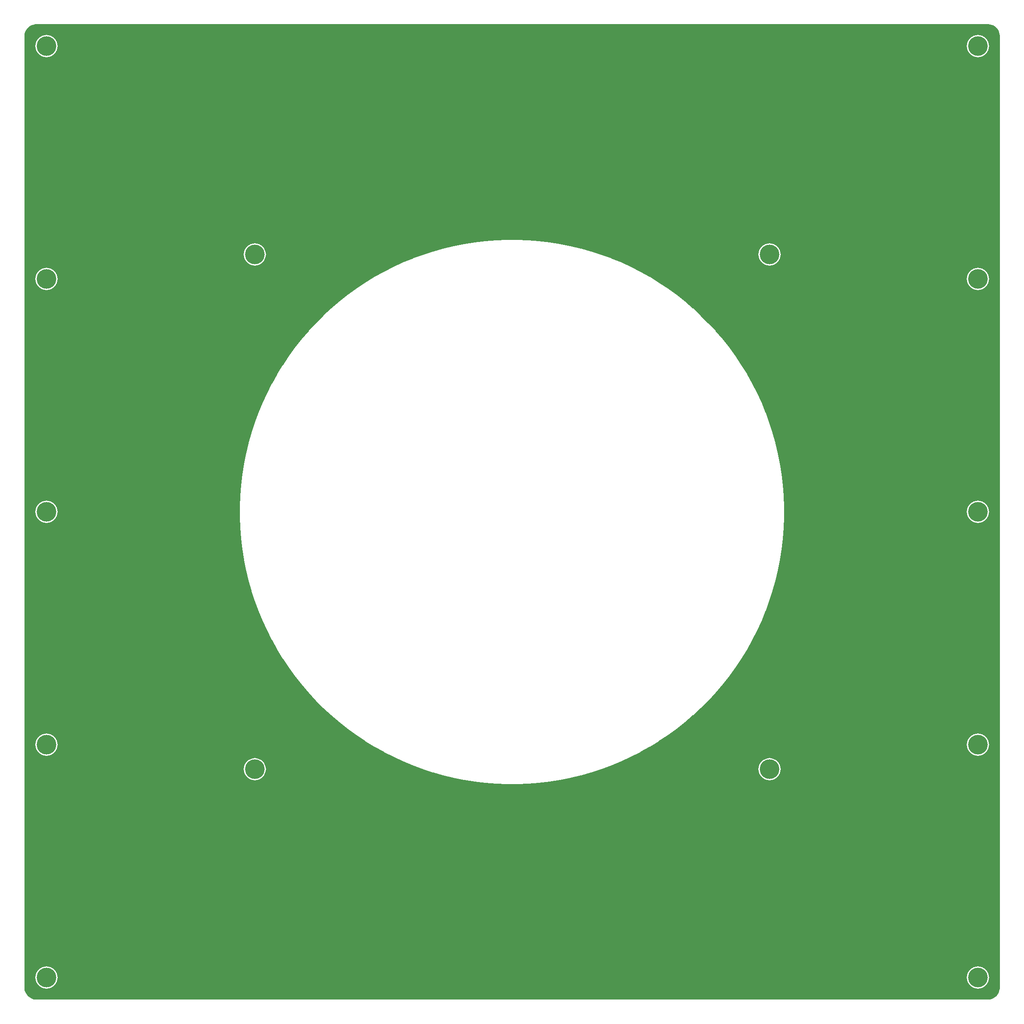
<source format=gtl>
G04*
G04 #@! TF.GenerationSoftware,Altium Limited,Altium Designer,25.7.1 (20)*
G04*
G04 Layer_Physical_Order=1*
G04 Layer_Color=255*
%FSLAX44Y44*%
%MOMM*%
G71*
G04*
G04 #@! TF.SameCoordinates,5F069EC2-A6BB-4327-AE1D-0693668E6534*
G04*
G04*
G04 #@! TF.FilePolarity,Positive*
G04*
G01*
G75*
%ADD11C,4.0000*%
G36*
X970000Y994902D02*
X971632D01*
X974869Y994476D01*
X978022Y993631D01*
X981038Y992382D01*
X983865Y990750D01*
X986454Y988762D01*
X988763Y986454D01*
X990750Y983865D01*
X992382Y981037D01*
X993631Y978022D01*
X994476Y974869D01*
X994902Y971632D01*
X994902Y970000D01*
X994902Y-970000D01*
Y-971632D01*
X994476Y-974869D01*
X993631Y-978022D01*
X992382Y-981038D01*
X990750Y-983865D01*
X988763Y-986454D01*
X986454Y-988763D01*
X983865Y-990750D01*
X981038Y-992382D01*
X978022Y-993631D01*
X974868Y-994476D01*
X971632Y-994902D01*
X970000Y-994902D01*
X-970000Y-994902D01*
X-971632D01*
X-974869Y-994476D01*
X-978022Y-993631D01*
X-981038Y-992382D01*
X-983865Y-990750D01*
X-986454Y-988763D01*
X-988763Y-986454D01*
X-990750Y-983865D01*
X-992382Y-981038D01*
X-993631Y-978022D01*
X-994476Y-974868D01*
X-994902Y-971632D01*
X-994902Y-970000D01*
D01*
X-994902Y970000D01*
Y971632D01*
X-994476Y974869D01*
X-993631Y978022D01*
X-992382Y981038D01*
X-990750Y983865D01*
X-988763Y986454D01*
X-986454Y988763D01*
X-983865Y990750D01*
X-981038Y992382D01*
X-978022Y993631D01*
X-974869Y994476D01*
X-971632Y994902D01*
X-970000Y994902D01*
X970000Y994902D01*
D02*
G37*
%LPC*%
G36*
X950000Y972649D02*
X945581Y972214D01*
X941333Y970925D01*
X937417Y968832D01*
X933985Y966015D01*
X931168Y962583D01*
X929075Y958667D01*
X927786Y954419D01*
X927351Y950000D01*
X927786Y945581D01*
X929075Y941333D01*
X931168Y937417D01*
X933985Y933985D01*
X937417Y931168D01*
X941333Y929075D01*
X945581Y927786D01*
X950000Y927351D01*
X954419Y927786D01*
X958667Y929075D01*
X962583Y931168D01*
X966015Y933985D01*
X968832Y937417D01*
X970925Y941333D01*
X972214Y945581D01*
X972649Y950000D01*
X972214Y954419D01*
X970925Y958667D01*
X968832Y962583D01*
X966015Y966015D01*
X962583Y968832D01*
X958667Y970925D01*
X954419Y972214D01*
X950000Y972649D01*
D02*
G37*
G36*
X-950000D02*
X-954419Y972214D01*
X-958667Y970925D01*
X-962583Y968832D01*
X-966015Y966015D01*
X-968832Y962583D01*
X-970925Y958667D01*
X-972214Y954419D01*
X-972649Y950000D01*
X-972214Y945581D01*
X-970925Y941333D01*
X-968832Y937417D01*
X-966015Y933985D01*
X-962583Y931168D01*
X-958667Y929075D01*
X-954419Y927786D01*
X-950000Y927351D01*
X-945581Y927786D01*
X-941333Y929075D01*
X-937417Y931168D01*
X-933985Y933985D01*
X-931168Y937417D01*
X-929075Y941333D01*
X-927786Y945581D01*
X-927351Y950000D01*
X-927786Y954419D01*
X-929075Y958667D01*
X-931168Y962583D01*
X-933985Y966015D01*
X-937417Y968832D01*
X-941333Y970925D01*
X-945581Y972214D01*
X-950000Y972649D01*
D02*
G37*
G36*
X10801Y555098D02*
X-10801D01*
X-10900Y555078D01*
X-11001Y555094D01*
X-32585Y554246D01*
X-32684Y554222D01*
X-32785Y554234D01*
X-54320Y552539D01*
X-54418Y552512D01*
X-54519Y552520D01*
X-75971Y549981D01*
X-76067Y549949D01*
X-76169Y549953D01*
X-97504Y546574D01*
X-97600Y546539D01*
X-97701D01*
X-118887Y542325D01*
X-118981Y542286D01*
X-119083Y542282D01*
X-140087Y537239D01*
X-140180Y537197D01*
X-140281Y537189D01*
X-161071Y531325D01*
X-161162Y531279D01*
X-161263Y531267D01*
X-181807Y524592D01*
X-181896Y524542D01*
X-181996Y524526D01*
X-202262Y517050D01*
X-202349Y516997D01*
X-202448Y516977D01*
X-222405Y508710D01*
X-222490Y508654D01*
X-222589Y508630D01*
X-242206Y499587D01*
X-242288Y499527D01*
X-242386Y499499D01*
X-261633Y489692D01*
X-261712Y489630D01*
X-261809Y489598D01*
X-280656Y479043D01*
X-280734Y478977D01*
X-280829Y478942D01*
X-299247Y467655D01*
X-299322Y467587D01*
X-299415Y467548D01*
X-317376Y455547D01*
X-317448Y455475D01*
X-317540Y455432D01*
X-335016Y442735D01*
X-335085Y442660D01*
X-335176Y442614D01*
X-352140Y429241D01*
X-352206Y429164D01*
X-352294Y429114D01*
X-368720Y415085D01*
X-368783Y415005D01*
X-368870Y414952D01*
X-384732Y400289D01*
X-384792Y400207D01*
X-384876Y400151D01*
X-400151Y384876D01*
X-400207Y384792D01*
X-400289Y384732D01*
X-414952Y368870D01*
X-415005Y368783D01*
X-415085Y368720D01*
X-429114Y352294D01*
X-429164Y352206D01*
X-429241Y352140D01*
X-442614Y335176D01*
X-442661Y335085D01*
X-442735Y335016D01*
X-455432Y317540D01*
X-455475Y317448D01*
X-455547Y317376D01*
X-467548Y299415D01*
X-467587Y299322D01*
X-467655Y299247D01*
X-478942Y280829D01*
X-478977Y280733D01*
X-479043Y280656D01*
X-489598Y261809D01*
X-489630Y261712D01*
X-489692Y261633D01*
X-499499Y242386D01*
X-499527Y242288D01*
X-499587Y242206D01*
X-508630Y222589D01*
X-508654Y222490D01*
X-508710Y222405D01*
X-516977Y202448D01*
X-516997Y202349D01*
X-517050Y202262D01*
X-524526Y181996D01*
X-524542Y181895D01*
X-524592Y181807D01*
X-531267Y161263D01*
X-531279Y161162D01*
X-531325Y161071D01*
X-537189Y140281D01*
X-537197Y140180D01*
X-537239Y140087D01*
X-542282Y119083D01*
X-542286Y118981D01*
X-542325Y118887D01*
X-546539Y97701D01*
Y97599D01*
X-546574Y97504D01*
X-549953Y76169D01*
X-549949Y76067D01*
X-549981Y75971D01*
X-552520Y54519D01*
X-552512Y54418D01*
X-552539Y54320D01*
X-554234Y32785D01*
X-554222Y32684D01*
X-554246Y32585D01*
X-555094Y11001D01*
X-555078Y10900D01*
X-555098Y10801D01*
Y0D01*
X-555098Y-10801D01*
X-555078Y-10900D01*
X-555094Y-11001D01*
X-554246Y-32585D01*
X-554222Y-32684D01*
X-554234Y-32785D01*
X-552539Y-54320D01*
X-552512Y-54418D01*
X-552520Y-54519D01*
X-549981Y-75971D01*
X-549949Y-76067D01*
X-549953Y-76169D01*
X-546574Y-97504D01*
X-546539Y-97600D01*
Y-97701D01*
X-542325Y-118887D01*
X-542286Y-118981D01*
X-542282Y-119083D01*
X-537239Y-140087D01*
X-537197Y-140180D01*
X-537189Y-140281D01*
X-531325Y-161071D01*
X-531279Y-161162D01*
X-531267Y-161263D01*
X-524592Y-181807D01*
X-524542Y-181896D01*
X-524526Y-181996D01*
X-517050Y-202262D01*
X-516997Y-202349D01*
X-516977Y-202448D01*
X-508710Y-222405D01*
X-508654Y-222490D01*
X-508630Y-222589D01*
X-499587Y-242206D01*
X-499527Y-242288D01*
X-499499Y-242386D01*
X-489692Y-261633D01*
X-489630Y-261712D01*
X-489598Y-261809D01*
X-479043Y-280656D01*
X-478977Y-280734D01*
X-478942Y-280829D01*
X-467655Y-299247D01*
X-467587Y-299322D01*
X-467548Y-299415D01*
X-455547Y-317376D01*
X-455475Y-317448D01*
X-455432Y-317540D01*
X-442735Y-335016D01*
X-442661Y-335085D01*
X-442614Y-335176D01*
X-429241Y-352140D01*
X-429164Y-352206D01*
X-429114Y-352294D01*
X-415085Y-368720D01*
X-415005Y-368783D01*
X-414952Y-368870D01*
X-400289Y-384732D01*
X-400207Y-384792D01*
X-400151Y-384876D01*
X-384876Y-400151D01*
X-384792Y-400207D01*
X-384732Y-400289D01*
X-368870Y-414952D01*
X-368783Y-415005D01*
X-368720Y-415085D01*
X-352294Y-429114D01*
X-352206Y-429164D01*
X-352140Y-429241D01*
X-335176Y-442614D01*
X-335085Y-442661D01*
X-335016Y-442735D01*
X-317540Y-455432D01*
X-317448Y-455475D01*
X-317376Y-455547D01*
X-299415Y-467548D01*
X-299322Y-467587D01*
X-299247Y-467655D01*
X-280829Y-478942D01*
X-280734Y-478977D01*
X-280656Y-479043D01*
X-261809Y-489598D01*
X-261712Y-489630D01*
X-261633Y-489692D01*
X-242386Y-499499D01*
X-242288Y-499527D01*
X-242206Y-499587D01*
X-222589Y-508630D01*
X-222490Y-508654D01*
X-222405Y-508710D01*
X-202448Y-516977D01*
X-202349Y-516997D01*
X-202262Y-517050D01*
X-181996Y-524526D01*
X-181895Y-524542D01*
X-181807Y-524592D01*
X-161263Y-531267D01*
X-161162Y-531279D01*
X-161071Y-531325D01*
X-140281Y-537189D01*
X-140180Y-537197D01*
X-140087Y-537239D01*
X-119083Y-542282D01*
X-118981Y-542286D01*
X-118887Y-542325D01*
X-97701Y-546539D01*
X-97599D01*
X-97504Y-546574D01*
X-76169Y-549953D01*
X-76067Y-549949D01*
X-75971Y-549981D01*
X-54519Y-552520D01*
X-54418Y-552512D01*
X-54320Y-552539D01*
X-32785Y-554234D01*
X-32684Y-554222D01*
X-32585Y-554246D01*
X-11001Y-555094D01*
X-10900Y-555078D01*
X-10801Y-555098D01*
X10801D01*
X10900Y-555078D01*
X11001Y-555094D01*
X32585Y-554246D01*
X32684Y-554222D01*
X32785Y-554234D01*
X54320Y-552539D01*
X54418Y-552512D01*
X54519Y-552520D01*
X75971Y-549981D01*
X76067Y-549949D01*
X76169Y-549953D01*
X97504Y-546574D01*
X97599Y-546539D01*
X97701D01*
X118887Y-542325D01*
X118981Y-542286D01*
X119083Y-542282D01*
X140087Y-537239D01*
X140180Y-537197D01*
X140281Y-537189D01*
X161071Y-531325D01*
X161162Y-531279D01*
X161263Y-531267D01*
X181807Y-524592D01*
X181895Y-524542D01*
X181996Y-524526D01*
X202262Y-517050D01*
X202349Y-516997D01*
X202448Y-516977D01*
X222405Y-508710D01*
X222490Y-508654D01*
X222589Y-508630D01*
X242206Y-499587D01*
X242288Y-499527D01*
X242386Y-499499D01*
X261633Y-489692D01*
X261712Y-489630D01*
X261809Y-489598D01*
X280656Y-479043D01*
X280733Y-478977D01*
X280829Y-478942D01*
X299247Y-467655D01*
X299322Y-467587D01*
X299415Y-467548D01*
X317376Y-455547D01*
X317448Y-455475D01*
X317540Y-455432D01*
X335016Y-442735D01*
X335085Y-442661D01*
X335176Y-442614D01*
X352140Y-429241D01*
X352206Y-429164D01*
X352294Y-429114D01*
X368720Y-415085D01*
X368783Y-415005D01*
X368870Y-414952D01*
X384732Y-400289D01*
X384792Y-400207D01*
X384876Y-400151D01*
X400151Y-384876D01*
X400207Y-384792D01*
X400289Y-384732D01*
X414952Y-368870D01*
X415005Y-368783D01*
X415085Y-368720D01*
X429114Y-352294D01*
X429164Y-352206D01*
X429241Y-352140D01*
X442614Y-335176D01*
X442661Y-335085D01*
X442735Y-335016D01*
X455432Y-317540D01*
X455475Y-317448D01*
X455547Y-317376D01*
X467548Y-299415D01*
X467587Y-299322D01*
X467655Y-299247D01*
X478942Y-280829D01*
X478977Y-280734D01*
X479043Y-280656D01*
X489598Y-261809D01*
X489630Y-261712D01*
X489692Y-261633D01*
X499499Y-242386D01*
X499527Y-242288D01*
X499587Y-242206D01*
X508630Y-222589D01*
X508654Y-222490D01*
X508710Y-222405D01*
X516977Y-202448D01*
X516997Y-202349D01*
X517050Y-202262D01*
X524526Y-181996D01*
X524542Y-181895D01*
X524592Y-181807D01*
X531267Y-161263D01*
X531279Y-161162D01*
X531325Y-161071D01*
X537189Y-140281D01*
X537197Y-140180D01*
X537239Y-140087D01*
X542282Y-119083D01*
X542286Y-118981D01*
X542325Y-118887D01*
X546539Y-97701D01*
Y-97599D01*
X546574Y-97504D01*
X549953Y-76169D01*
X549949Y-76067D01*
X549981Y-75971D01*
X552520Y-54519D01*
X552512Y-54418D01*
X552539Y-54320D01*
X554234Y-32785D01*
X554222Y-32684D01*
X554246Y-32585D01*
X555094Y-11001D01*
X555078Y-10900D01*
X555098Y-10801D01*
Y0D01*
Y10801D01*
X555078Y10900D01*
X555094Y11001D01*
X554246Y32585D01*
X554222Y32684D01*
X554234Y32785D01*
X552539Y54320D01*
X552512Y54418D01*
X552520Y54519D01*
X549981Y75971D01*
X549949Y76067D01*
X549953Y76169D01*
X546574Y97504D01*
X546539Y97599D01*
Y97701D01*
X542325Y118887D01*
X542286Y118981D01*
X542282Y119083D01*
X537239Y140087D01*
X537197Y140180D01*
X537189Y140281D01*
X531325Y161071D01*
X531279Y161162D01*
X531267Y161263D01*
X524592Y181807D01*
X524542Y181895D01*
X524526Y181996D01*
X517050Y202262D01*
X516997Y202349D01*
X516977Y202448D01*
X508710Y222405D01*
X508654Y222490D01*
X508630Y222589D01*
X499587Y242206D01*
X499527Y242288D01*
X499499Y242386D01*
X489692Y261633D01*
X489630Y261712D01*
X489598Y261809D01*
X479043Y280656D01*
X478977Y280733D01*
X478942Y280829D01*
X467655Y299247D01*
X467587Y299322D01*
X467548Y299415D01*
X455547Y317376D01*
X455475Y317448D01*
X455432Y317540D01*
X442735Y335016D01*
X442660Y335085D01*
X442614Y335176D01*
X429241Y352140D01*
X429164Y352206D01*
X429114Y352294D01*
X415085Y368720D01*
X415005Y368783D01*
X414952Y368870D01*
X400289Y384732D01*
X400207Y384792D01*
X400151Y384876D01*
X384876Y400151D01*
X384792Y400207D01*
X384732Y400289D01*
X368870Y414952D01*
X368783Y415005D01*
X368720Y415085D01*
X352294Y429114D01*
X352206Y429164D01*
X352140Y429241D01*
X335176Y442614D01*
X335085Y442661D01*
X335016Y442735D01*
X317540Y455432D01*
X317448Y455475D01*
X317376Y455547D01*
X299415Y467548D01*
X299322Y467587D01*
X299247Y467655D01*
X280829Y478942D01*
X280733Y478977D01*
X280656Y479043D01*
X261809Y489598D01*
X261712Y489630D01*
X261633Y489692D01*
X242386Y499499D01*
X242288Y499527D01*
X242206Y499587D01*
X222589Y508630D01*
X222490Y508654D01*
X222405Y508710D01*
X202448Y516977D01*
X202349Y516997D01*
X202262Y517050D01*
X181996Y524526D01*
X181895Y524542D01*
X181807Y524592D01*
X161263Y531267D01*
X161162Y531279D01*
X161071Y531325D01*
X140281Y537189D01*
X140180Y537197D01*
X140087Y537239D01*
X119083Y542282D01*
X118981Y542286D01*
X118887Y542325D01*
X97701Y546539D01*
X97599D01*
X97504Y546574D01*
X76169Y549953D01*
X76067Y549949D01*
X75971Y549981D01*
X54519Y552520D01*
X54418Y552512D01*
X54320Y552539D01*
X32785Y554234D01*
X32684Y554222D01*
X32585Y554246D01*
X11001Y555094D01*
X10900Y555078D01*
X10801Y555098D01*
D02*
G37*
G36*
X525000Y547649D02*
X520581Y547214D01*
X516333Y545925D01*
X512417Y543832D01*
X508985Y541015D01*
X506168Y537583D01*
X504075Y533667D01*
X502786Y529419D01*
X502351Y525000D01*
X502786Y520581D01*
X504075Y516333D01*
X506168Y512417D01*
X508985Y508985D01*
X512417Y506168D01*
X516333Y504075D01*
X520581Y502786D01*
X525000Y502351D01*
X529419Y502786D01*
X533667Y504075D01*
X537583Y506168D01*
X541015Y508985D01*
X543832Y512417D01*
X545925Y516333D01*
X547214Y520581D01*
X547649Y525000D01*
X547214Y529419D01*
X545925Y533667D01*
X543832Y537583D01*
X541015Y541015D01*
X537583Y543832D01*
X533667Y545925D01*
X529419Y547214D01*
X525000Y547649D01*
D02*
G37*
G36*
X-525000D02*
X-529419Y547214D01*
X-533667Y545925D01*
X-537583Y543832D01*
X-541015Y541015D01*
X-543832Y537583D01*
X-545925Y533667D01*
X-547214Y529419D01*
X-547649Y525000D01*
X-547214Y520581D01*
X-545925Y516333D01*
X-543832Y512417D01*
X-541015Y508985D01*
X-537583Y506168D01*
X-533667Y504075D01*
X-529419Y502786D01*
X-525000Y502351D01*
X-520581Y502786D01*
X-516333Y504075D01*
X-512417Y506168D01*
X-508985Y508985D01*
X-506168Y512417D01*
X-504075Y516333D01*
X-502786Y520581D01*
X-502351Y525000D01*
X-502786Y529419D01*
X-504075Y533667D01*
X-506168Y537583D01*
X-508985Y541015D01*
X-512417Y543832D01*
X-516333Y545925D01*
X-520581Y547214D01*
X-525000Y547649D01*
D02*
G37*
G36*
X950000Y497649D02*
X945581Y497214D01*
X941333Y495925D01*
X937417Y493832D01*
X933985Y491015D01*
X931168Y487583D01*
X929075Y483667D01*
X927786Y479419D01*
X927351Y475000D01*
X927786Y470581D01*
X929075Y466333D01*
X931168Y462417D01*
X933985Y458985D01*
X937417Y456168D01*
X941333Y454075D01*
X945581Y452786D01*
X950000Y452351D01*
X954419Y452786D01*
X958667Y454075D01*
X962583Y456168D01*
X966015Y458985D01*
X968832Y462417D01*
X970925Y466333D01*
X972214Y470581D01*
X972649Y475000D01*
X972214Y479419D01*
X970925Y483667D01*
X968832Y487583D01*
X966015Y491015D01*
X962583Y493832D01*
X958667Y495925D01*
X954419Y497214D01*
X950000Y497649D01*
D02*
G37*
G36*
X-950000D02*
X-954419Y497214D01*
X-958667Y495925D01*
X-962583Y493832D01*
X-966015Y491015D01*
X-968832Y487583D01*
X-970925Y483667D01*
X-972214Y479419D01*
X-972649Y475000D01*
X-972214Y470581D01*
X-970925Y466333D01*
X-968832Y462417D01*
X-966015Y458985D01*
X-962583Y456168D01*
X-958667Y454075D01*
X-954419Y452786D01*
X-950000Y452351D01*
X-945581Y452786D01*
X-941333Y454075D01*
X-937417Y456168D01*
X-933985Y458985D01*
X-931168Y462417D01*
X-929075Y466333D01*
X-927786Y470581D01*
X-927351Y475000D01*
X-927786Y479419D01*
X-929075Y483667D01*
X-931168Y487583D01*
X-933985Y491015D01*
X-937417Y493832D01*
X-941333Y495925D01*
X-945581Y497214D01*
X-950000Y497649D01*
D02*
G37*
G36*
X950000Y22649D02*
X945581Y22214D01*
X941333Y20925D01*
X937417Y18832D01*
X933985Y16015D01*
X931168Y12583D01*
X929075Y8667D01*
X927786Y4419D01*
X927351Y0D01*
X927786Y-4419D01*
X929075Y-8667D01*
X931168Y-12583D01*
X933985Y-16015D01*
X937417Y-18832D01*
X941333Y-20925D01*
X945581Y-22214D01*
X950000Y-22649D01*
X954419Y-22214D01*
X958667Y-20925D01*
X962583Y-18832D01*
X966015Y-16015D01*
X968832Y-12583D01*
X970925Y-8667D01*
X972214Y-4419D01*
X972649Y0D01*
X972214Y4419D01*
X970925Y8667D01*
X968832Y12583D01*
X966015Y16015D01*
X962583Y18832D01*
X958667Y20925D01*
X954419Y22214D01*
X950000Y22649D01*
D02*
G37*
G36*
X-950000D02*
X-954419Y22214D01*
X-958667Y20925D01*
X-962583Y18832D01*
X-966015Y16015D01*
X-968832Y12583D01*
X-970925Y8667D01*
X-972214Y4419D01*
X-972649Y0D01*
X-972214Y-4419D01*
X-970925Y-8667D01*
X-968832Y-12583D01*
X-966015Y-16015D01*
X-962583Y-18832D01*
X-958667Y-20925D01*
X-954419Y-22214D01*
X-950000Y-22649D01*
X-945581Y-22214D01*
X-941333Y-20925D01*
X-937417Y-18832D01*
X-933985Y-16015D01*
X-931168Y-12583D01*
X-929075Y-8667D01*
X-927786Y-4419D01*
X-927351Y0D01*
X-927786Y4419D01*
X-929075Y8667D01*
X-931168Y12583D01*
X-933985Y16015D01*
X-937417Y18832D01*
X-941333Y20925D01*
X-945581Y22214D01*
X-950000Y22649D01*
D02*
G37*
G36*
X950000Y-452351D02*
X945581Y-452786D01*
X941333Y-454075D01*
X937417Y-456168D01*
X933985Y-458985D01*
X931168Y-462417D01*
X929075Y-466333D01*
X927786Y-470581D01*
X927351Y-475000D01*
X927786Y-479419D01*
X929075Y-483667D01*
X931168Y-487583D01*
X933985Y-491015D01*
X937417Y-493832D01*
X941333Y-495925D01*
X945581Y-497214D01*
X950000Y-497649D01*
X954419Y-497214D01*
X958667Y-495925D01*
X962583Y-493832D01*
X966015Y-491015D01*
X968832Y-487583D01*
X970925Y-483667D01*
X972214Y-479419D01*
X972649Y-475000D01*
X972214Y-470581D01*
X970925Y-466333D01*
X968832Y-462417D01*
X966015Y-458985D01*
X962583Y-456168D01*
X958667Y-454075D01*
X954419Y-452786D01*
X950000Y-452351D01*
D02*
G37*
G36*
X-950000D02*
X-954419Y-452786D01*
X-958667Y-454075D01*
X-962583Y-456168D01*
X-966015Y-458985D01*
X-968832Y-462417D01*
X-970925Y-466333D01*
X-972214Y-470581D01*
X-972649Y-475000D01*
X-972214Y-479419D01*
X-970925Y-483667D01*
X-968832Y-487583D01*
X-966015Y-491015D01*
X-962583Y-493832D01*
X-958667Y-495925D01*
X-954419Y-497214D01*
X-950000Y-497649D01*
X-945581Y-497214D01*
X-941333Y-495925D01*
X-937417Y-493832D01*
X-933985Y-491015D01*
X-931168Y-487583D01*
X-929075Y-483667D01*
X-927786Y-479419D01*
X-927351Y-475000D01*
X-927786Y-470581D01*
X-929075Y-466333D01*
X-931168Y-462417D01*
X-933985Y-458985D01*
X-937417Y-456168D01*
X-941333Y-454075D01*
X-945581Y-452786D01*
X-950000Y-452351D01*
D02*
G37*
G36*
X525000Y-502351D02*
X520581Y-502786D01*
X516333Y-504075D01*
X512417Y-506168D01*
X508985Y-508985D01*
X506168Y-512417D01*
X504075Y-516333D01*
X502786Y-520581D01*
X502351Y-525000D01*
X502786Y-529419D01*
X504075Y-533667D01*
X506168Y-537583D01*
X508985Y-541015D01*
X512417Y-543832D01*
X516333Y-545925D01*
X520581Y-547214D01*
X525000Y-547649D01*
X529419Y-547214D01*
X533667Y-545925D01*
X537583Y-543832D01*
X541015Y-541015D01*
X543832Y-537583D01*
X545925Y-533667D01*
X547214Y-529419D01*
X547649Y-525000D01*
X547214Y-520581D01*
X545925Y-516333D01*
X543832Y-512417D01*
X541015Y-508985D01*
X537583Y-506168D01*
X533667Y-504075D01*
X529419Y-502786D01*
X525000Y-502351D01*
D02*
G37*
G36*
X-525000D02*
X-529419Y-502786D01*
X-533667Y-504075D01*
X-537583Y-506168D01*
X-541015Y-508985D01*
X-543832Y-512417D01*
X-545925Y-516333D01*
X-547214Y-520581D01*
X-547649Y-525000D01*
X-547214Y-529419D01*
X-545925Y-533667D01*
X-543832Y-537583D01*
X-541015Y-541015D01*
X-537583Y-543832D01*
X-533667Y-545925D01*
X-529419Y-547214D01*
X-525000Y-547649D01*
X-520581Y-547214D01*
X-516333Y-545925D01*
X-512417Y-543832D01*
X-508985Y-541015D01*
X-506168Y-537583D01*
X-504075Y-533667D01*
X-502786Y-529419D01*
X-502351Y-525000D01*
X-502786Y-520581D01*
X-504075Y-516333D01*
X-506168Y-512417D01*
X-508985Y-508985D01*
X-512417Y-506168D01*
X-516333Y-504075D01*
X-520581Y-502786D01*
X-525000Y-502351D01*
D02*
G37*
G36*
X950000Y-927351D02*
X945581Y-927786D01*
X941333Y-929075D01*
X937417Y-931168D01*
X933985Y-933985D01*
X931168Y-937417D01*
X929075Y-941333D01*
X927786Y-945581D01*
X927351Y-950000D01*
X927786Y-954419D01*
X929075Y-958667D01*
X931168Y-962583D01*
X933985Y-966015D01*
X937417Y-968832D01*
X941333Y-970925D01*
X945581Y-972214D01*
X950000Y-972649D01*
X954419Y-972214D01*
X958667Y-970925D01*
X962583Y-968832D01*
X966015Y-966015D01*
X968832Y-962583D01*
X970925Y-958667D01*
X972214Y-954419D01*
X972649Y-950000D01*
X972214Y-945581D01*
X970925Y-941333D01*
X968832Y-937417D01*
X966015Y-933985D01*
X962583Y-931168D01*
X958667Y-929075D01*
X954419Y-927786D01*
X950000Y-927351D01*
D02*
G37*
G36*
X-950000D02*
X-954419Y-927786D01*
X-958667Y-929075D01*
X-962583Y-931168D01*
X-966015Y-933985D01*
X-968832Y-937417D01*
X-970925Y-941333D01*
X-972214Y-945581D01*
X-972649Y-950000D01*
X-972214Y-954419D01*
X-970925Y-958667D01*
X-968832Y-962583D01*
X-966015Y-966015D01*
X-962583Y-968832D01*
X-958667Y-970925D01*
X-954419Y-972214D01*
X-950000Y-972649D01*
X-945581Y-972214D01*
X-941333Y-970925D01*
X-937417Y-968832D01*
X-933985Y-966015D01*
X-931168Y-962583D01*
X-929075Y-958667D01*
X-927786Y-954419D01*
X-927351Y-950000D01*
X-927786Y-945581D01*
X-929075Y-941333D01*
X-931168Y-937417D01*
X-933985Y-933985D01*
X-937417Y-931168D01*
X-941333Y-929075D01*
X-945581Y-927786D01*
X-950000Y-927351D01*
D02*
G37*
%LPD*%
D11*
X950000Y-475000D02*
D03*
X-950000D02*
D03*
X-525000Y-525000D02*
D03*
X525000D02*
D03*
Y525000D02*
D03*
X-525000D02*
D03*
X-950000Y475000D02*
D03*
X950000D02*
D03*
Y0D02*
D03*
X-950000D02*
D03*
Y-950000D02*
D03*
X950000D02*
D03*
Y950000D02*
D03*
X-950000D02*
D03*
M02*

</source>
